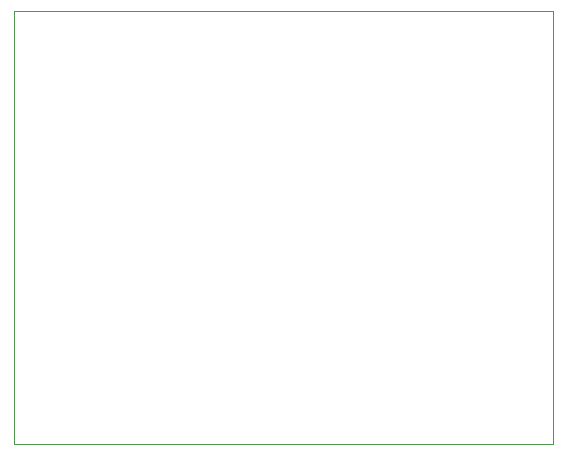
<source format=gm1>
%TF.GenerationSoftware,KiCad,Pcbnew,9.0.0-1.fc40*%
%TF.CreationDate,2025-03-13T13:33:29-07:00*%
%TF.ProjectId,HearingAidBattery-Holder,48656172-696e-4674-9169-644261747465,1.0*%
%TF.SameCoordinates,Original*%
%TF.FileFunction,Profile,NP*%
%FSLAX46Y46*%
G04 Gerber Fmt 4.6, Leading zero omitted, Abs format (unit mm)*
G04 Created by KiCad (PCBNEW 9.0.0-1.fc40) date 2025-03-13 13:33:29*
%MOMM*%
%LPD*%
G01*
G04 APERTURE LIST*
%TA.AperFunction,Profile*%
%ADD10C,0.050000*%
%TD*%
G04 APERTURE END LIST*
D10*
X95056000Y-68000000D02*
X140716000Y-68000000D01*
X140716000Y-104640000D01*
X95056000Y-104640000D01*
X95056000Y-68000000D01*
M02*

</source>
